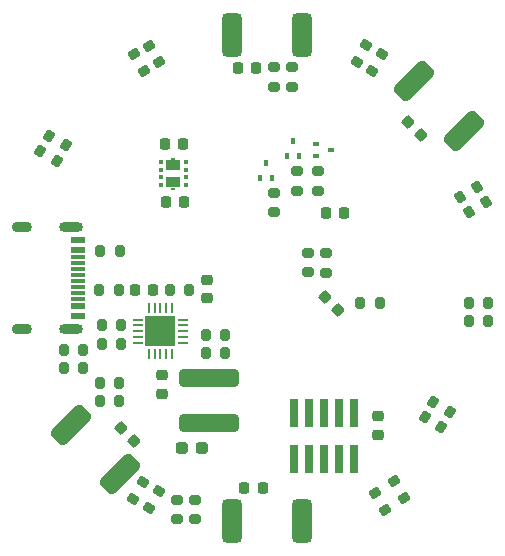
<source format=gbr>
%TF.GenerationSoftware,KiCad,Pcbnew,7.0.5*%
%TF.CreationDate,2023-10-07T14:02:05+02:00*%
%TF.ProjectId,ClockRev5,436c6f63-6b52-4657-9635-2e6b69636164,rev?*%
%TF.SameCoordinates,Original*%
%TF.FileFunction,Soldermask,Bot*%
%TF.FilePolarity,Negative*%
%FSLAX46Y46*%
G04 Gerber Fmt 4.6, Leading zero omitted, Abs format (unit mm)*
G04 Created by KiCad (PCBNEW 7.0.5) date 2023-10-07 14:02:05*
%MOMM*%
%LPD*%
G01*
G04 APERTURE LIST*
G04 Aperture macros list*
%AMRoundRect*
0 Rectangle with rounded corners*
0 $1 Rounding radius*
0 $2 $3 $4 $5 $6 $7 $8 $9 X,Y pos of 4 corners*
0 Add a 4 corners polygon primitive as box body*
4,1,4,$2,$3,$4,$5,$6,$7,$8,$9,$2,$3,0*
0 Add four circle primitives for the rounded corners*
1,1,$1+$1,$2,$3*
1,1,$1+$1,$4,$5*
1,1,$1+$1,$6,$7*
1,1,$1+$1,$8,$9*
0 Add four rect primitives between the rounded corners*
20,1,$1+$1,$2,$3,$4,$5,0*
20,1,$1+$1,$4,$5,$6,$7,0*
20,1,$1+$1,$6,$7,$8,$9,0*
20,1,$1+$1,$8,$9,$2,$3,0*%
G04 Aperture macros list end*
%ADD10RoundRect,0.225000X0.335876X0.017678X0.017678X0.335876X-0.335876X-0.017678X-0.017678X-0.335876X0*%
%ADD11RoundRect,0.200000X0.138157X-0.310705X0.338157X0.035705X-0.138157X0.310705X-0.338157X-0.035705X0*%
%ADD12RoundRect,0.425000X-0.425000X-1.425000X0.425000X-1.425000X0.425000X1.425000X-0.425000X1.425000X0*%
%ADD13RoundRect,0.200000X0.310705X0.138157X-0.035705X0.338157X-0.310705X-0.138157X0.035705X-0.338157X0*%
%ADD14RoundRect,0.225000X-0.335876X-0.017678X-0.017678X-0.335876X0.335876X0.017678X0.017678X0.335876X0*%
%ADD15R,1.160000X0.600000*%
%ADD16R,1.160000X0.300000*%
%ADD17O,1.700000X0.900000*%
%ADD18O,2.000000X0.900000*%
%ADD19RoundRect,0.200000X-0.138157X0.310705X-0.338157X-0.035705X0.138157X-0.310705X0.338157X0.035705X0*%
%ADD20RoundRect,0.225000X0.225000X0.250000X-0.225000X0.250000X-0.225000X-0.250000X0.225000X-0.250000X0*%
%ADD21RoundRect,0.200000X-0.200000X-0.275000X0.200000X-0.275000X0.200000X0.275000X-0.200000X0.275000X0*%
%ADD22RoundRect,0.225000X-0.250000X0.225000X-0.250000X-0.225000X0.250000X-0.225000X0.250000X0.225000X0*%
%ADD23RoundRect,0.200000X0.338157X-0.035705X0.138157X0.310705X-0.338157X0.035705X-0.138157X-0.310705X0*%
%ADD24RoundRect,0.225000X-0.225000X-0.250000X0.225000X-0.250000X0.225000X0.250000X-0.225000X0.250000X0*%
%ADD25RoundRect,0.200000X0.200000X0.275000X-0.200000X0.275000X-0.200000X-0.275000X0.200000X-0.275000X0*%
%ADD26RoundRect,0.200000X0.275000X-0.200000X0.275000X0.200000X-0.275000X0.200000X-0.275000X-0.200000X0*%
%ADD27RoundRect,0.200000X-0.275000X0.200000X-0.275000X-0.200000X0.275000X-0.200000X0.275000X0.200000X0*%
%ADD28RoundRect,0.225000X0.250000X-0.225000X0.250000X0.225000X-0.250000X0.225000X-0.250000X-0.225000X0*%
%ADD29R,0.740000X2.400000*%
%ADD30RoundRect,0.381000X2.159000X0.381000X-2.159000X0.381000X-2.159000X-0.381000X2.159000X-0.381000X0*%
%ADD31RoundRect,0.062500X0.350000X0.062500X-0.350000X0.062500X-0.350000X-0.062500X0.350000X-0.062500X0*%
%ADD32RoundRect,0.062500X0.062500X0.350000X-0.062500X0.350000X-0.062500X-0.350000X0.062500X-0.350000X0*%
%ADD33R,2.500000X2.500000*%
%ADD34RoundRect,0.200000X-0.310705X-0.138157X0.035705X-0.338157X0.310705X0.138157X-0.035705X0.338157X0*%
%ADD35RoundRect,0.425000X0.425000X1.425000X-0.425000X1.425000X-0.425000X-1.425000X0.425000X-1.425000X0*%
%ADD36R,0.510000X0.400000*%
%ADD37R,0.400000X0.510000*%
%ADD38RoundRect,0.200000X-0.338157X0.035705X-0.138157X-0.310705X0.338157X-0.035705X0.138157X0.310705X0*%
%ADD39RoundRect,0.425000X-1.308148X-0.707107X-0.707107X-1.308148X1.308148X0.707107X0.707107X1.308148X0*%
%ADD40RoundRect,0.200000X0.035705X0.338157X-0.310705X0.138157X-0.035705X-0.338157X0.310705X-0.138157X0*%
%ADD41RoundRect,0.425000X1.308148X0.707107X0.707107X1.308148X-1.308148X-0.707107X-0.707107X-1.308148X0*%
%ADD42RoundRect,0.237500X-0.287500X-0.237500X0.287500X-0.237500X0.287500X0.237500X-0.287500X0.237500X0*%
%ADD43R,0.400000X0.450000*%
%ADD44R,0.400000X0.350000*%
%ADD45R,1.250000X0.900000*%
%ADD46R,0.350000X0.250000*%
G04 APERTURE END LIST*
D10*
%TO.C,C2*%
X113043863Y-87903661D03*
X111947847Y-86807645D03*
%TD*%
D11*
%TO.C,R40*%
X89986538Y-119464471D03*
X90811538Y-118035529D03*
%TD*%
D12*
%TO.C,SW1*%
X97050000Y-79425000D03*
X102950000Y-79425000D03*
%TD*%
D13*
%TO.C,R29*%
X114764471Y-112612500D03*
X113335529Y-111787500D03*
%TD*%
D14*
%TO.C,C17*%
X104901992Y-101601992D03*
X105998008Y-102698008D03*
%TD*%
D15*
%TO.C,J1*%
X84010000Y-103200000D03*
X84010000Y-102400000D03*
D16*
X84010000Y-101250000D03*
X84010000Y-100250000D03*
X84010000Y-99750000D03*
X84010000Y-98750000D03*
D15*
X84010000Y-97600000D03*
X84010000Y-96800000D03*
X84010000Y-96800000D03*
X84010000Y-97600000D03*
D16*
X84010000Y-98250000D03*
X84010000Y-99250000D03*
X84010000Y-100750000D03*
X84010000Y-101750000D03*
D15*
X84010000Y-102400000D03*
X84010000Y-103200000D03*
D17*
X79260000Y-104320000D03*
D18*
X83430000Y-104320000D03*
D17*
X79260000Y-95680000D03*
D18*
X83430000Y-95680000D03*
%TD*%
D19*
%TO.C,R17*%
X109711538Y-81035529D03*
X108886538Y-82464471D03*
%TD*%
D20*
%TO.C,C10*%
X106550000Y-94500000D03*
X105000000Y-94500000D03*
%TD*%
D21*
%TO.C,R49*%
X82775000Y-106100000D03*
X84425000Y-106100000D03*
%TD*%
D22*
%TO.C,C14*%
X91100000Y-108250000D03*
X91100000Y-109800000D03*
%TD*%
D23*
%TO.C,R32*%
X111562500Y-118614471D03*
X110737500Y-117185529D03*
%TD*%
D24*
%TO.C,C12*%
X88825000Y-101000000D03*
X90375000Y-101000000D03*
%TD*%
D25*
%TO.C,R25*%
X118725000Y-103650000D03*
X117075000Y-103650000D03*
%TD*%
D11*
%TO.C,R41*%
X88687500Y-118714471D03*
X89512500Y-117285529D03*
%TD*%
D21*
%TO.C,R44*%
X85848996Y-110435548D03*
X87498996Y-110435548D03*
%TD*%
D26*
%TO.C,R5*%
X104300000Y-92625000D03*
X104300000Y-90975000D03*
%TD*%
%TO.C,R37*%
X92400000Y-120425000D03*
X92400000Y-118775000D03*
%TD*%
D27*
%TO.C,R60*%
X100600000Y-82150000D03*
X100600000Y-83800000D03*
%TD*%
D28*
%TO.C,C9*%
X94900000Y-101700000D03*
X94900000Y-100150000D03*
%TD*%
%TO.C,C15*%
X109400000Y-113275000D03*
X109400000Y-111725000D03*
%TD*%
D24*
%TO.C,C13*%
X91425000Y-93600000D03*
X92975000Y-93600000D03*
%TD*%
D23*
%TO.C,R33*%
X109973270Y-119674208D03*
X109148270Y-118245266D03*
%TD*%
D21*
%TO.C,TH1*%
X94825000Y-106400000D03*
X96475000Y-106400000D03*
%TD*%
D25*
%TO.C,R2*%
X87525000Y-97700000D03*
X85875000Y-97700000D03*
%TD*%
D29*
%TO.C,J2*%
X107340000Y-115350000D03*
X107340000Y-111450000D03*
X106070000Y-115350000D03*
X106070000Y-111450000D03*
X104800000Y-115350000D03*
X104800000Y-111450000D03*
X103530000Y-115350000D03*
X103530000Y-111450000D03*
X102260000Y-115350000D03*
X102260000Y-111450000D03*
%TD*%
D30*
%TO.C,BT1*%
X95100000Y-108507500D03*
X95100000Y-112317500D03*
%TD*%
D13*
%TO.C,R28*%
X115514471Y-111313462D03*
X114085529Y-110488462D03*
%TD*%
D31*
%TO.C,U3*%
X92912500Y-103525000D03*
X92912500Y-104025000D03*
X92912500Y-104525000D03*
X92912500Y-105025000D03*
X92912500Y-105525000D03*
D32*
X91975000Y-106462500D03*
X91475000Y-106462500D03*
X90975000Y-106462500D03*
X90475000Y-106462500D03*
X89975000Y-106462500D03*
D31*
X89037500Y-105525000D03*
X89037500Y-105025000D03*
X89037500Y-104525000D03*
X89037500Y-104025000D03*
X89037500Y-103525000D03*
D32*
X89975000Y-102587500D03*
X90475000Y-102587500D03*
X90975000Y-102587500D03*
X91475000Y-102587500D03*
X91975000Y-102587500D03*
D33*
X90975000Y-104525000D03*
%TD*%
D34*
%TO.C,R53*%
X81525791Y-87948270D03*
X82954733Y-88773270D03*
%TD*%
D21*
%TO.C,R10*%
X86000000Y-104000000D03*
X87650000Y-104000000D03*
%TD*%
D35*
%TO.C,SW3*%
X102950000Y-120575000D03*
X97050000Y-120575000D03*
%TD*%
D36*
%TO.C,Q1*%
X104110000Y-89700000D03*
X104110000Y-88700000D03*
X105400000Y-89200000D03*
%TD*%
D20*
%TO.C,C11*%
X92900000Y-88700000D03*
X91350000Y-88700000D03*
%TD*%
D26*
%TO.C,R4*%
X105000000Y-99550000D03*
X105000000Y-97900000D03*
%TD*%
D24*
%TO.C,C3*%
X98075000Y-117800000D03*
X99625000Y-117800000D03*
%TD*%
D37*
%TO.C,Q3*%
X102700000Y-89700000D03*
X101700000Y-89700000D03*
X102200000Y-88410000D03*
%TD*%
D38*
%TO.C,R57*%
X90026730Y-80325791D03*
X90851730Y-81754733D03*
%TD*%
D37*
%TO.C,Q2*%
X100400000Y-91545000D03*
X99400000Y-91545000D03*
X99900000Y-90255000D03*
%TD*%
D25*
%TO.C,R1*%
X87425000Y-101000000D03*
X85775000Y-101000000D03*
%TD*%
D14*
%TO.C,C4*%
X87651992Y-112726992D03*
X88748008Y-113823008D03*
%TD*%
D27*
%TO.C,R61*%
X102100000Y-82150000D03*
X102100000Y-83800000D03*
%TD*%
D38*
%TO.C,R56*%
X88727693Y-81075791D03*
X89552693Y-82504733D03*
%TD*%
D26*
%TO.C,R36*%
X93899999Y-120425001D03*
X93899999Y-118775001D03*
%TD*%
%TO.C,R3*%
X103500000Y-99525000D03*
X103500000Y-97875000D03*
%TD*%
D20*
%TO.C,C1*%
X99100000Y-82225000D03*
X97550000Y-82225000D03*
%TD*%
D39*
%TO.C,SW2*%
X112464035Y-83364035D03*
X116635965Y-87535965D03*
%TD*%
D21*
%TO.C,R11*%
X86000000Y-105600000D03*
X87650000Y-105600000D03*
%TD*%
D19*
%TO.C,R16*%
X108412500Y-80285529D03*
X107587500Y-81714471D03*
%TD*%
D40*
%TO.C,R20*%
X117764471Y-92288463D03*
X116335529Y-93113463D03*
%TD*%
%TO.C,R21*%
X118514471Y-93587500D03*
X117085529Y-94412500D03*
%TD*%
D21*
%TO.C,R48*%
X82775000Y-107599999D03*
X84425000Y-107599999D03*
%TD*%
%TO.C,R45*%
X85848996Y-108935549D03*
X87498996Y-108935549D03*
%TD*%
D25*
%TO.C,R8*%
X93425000Y-101000000D03*
X91775000Y-101000000D03*
%TD*%
D21*
%TO.C,R65*%
X107900000Y-102100000D03*
X109550000Y-102100000D03*
%TD*%
D26*
%TO.C,R6*%
X100600000Y-94425000D03*
X100600000Y-92775000D03*
%TD*%
D25*
%TO.C,R24*%
X118725000Y-102150000D03*
X117075000Y-102150000D03*
%TD*%
%TO.C,R9*%
X96475000Y-104800000D03*
X94825000Y-104800000D03*
%TD*%
D34*
%TO.C,R52*%
X80775791Y-89247308D03*
X82204733Y-90072308D03*
%TD*%
D26*
%TO.C,R7*%
X102500000Y-92625000D03*
X102500000Y-90975000D03*
%TD*%
D41*
%TO.C,SW4*%
X87535965Y-116635965D03*
X83364035Y-112464035D03*
%TD*%
D42*
%TO.C,F1*%
X92775000Y-114400000D03*
X94525000Y-114400000D03*
%TD*%
D43*
%TO.C,U4*%
X91050000Y-92100000D03*
D44*
X91050000Y-91500000D03*
X91050000Y-90850000D03*
X91050000Y-90200000D03*
X93100000Y-90200000D03*
X93100000Y-90850000D03*
X93100000Y-91500000D03*
X93100000Y-92150000D03*
D45*
X92075000Y-91875000D03*
X92075000Y-90475000D03*
D46*
X92075000Y-92450000D03*
X92075000Y-89900000D03*
%TD*%
M02*

</source>
